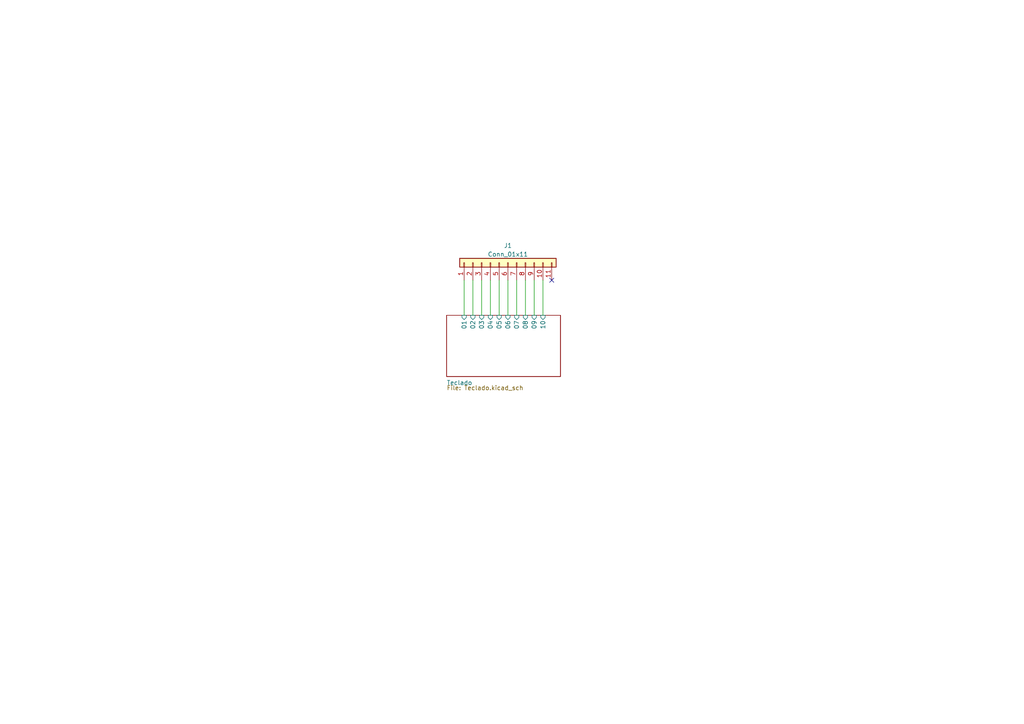
<source format=kicad_sch>
(kicad_sch (version 20211123) (generator eeschema)
  (paper "A4")
  (lib_symbols
    (symbol "Connector_Generic:Conn_01x11" (pin_names (offset 1.016) hide)
      (property "Reference" "J" (at 0 15.24 0))
      (property "Value" "Conn_01x11" (at 0 -15.24 0))
      (symbol "Conn_01x11_1_1"
        (rectangle (start -1.27 -12.573) (end 0 -12.827) (stroke (width 0.1524)))
        (rectangle (start -1.27 -10.033) (end 0 -10.287) (stroke (width 0.1524)))
        (rectangle (start -1.27 -7.493) (end 0 -7.747) (stroke (width 0.1524)))
        (rectangle (start -1.27 -4.953) (end 0 -5.207) (stroke (width 0.1524)))
        (rectangle (start -1.27 -2.413) (end 0 -2.667) (stroke (width 0.1524)))
        (rectangle (start -1.27 0.127) (end 0 -0.127) (stroke (width 0.1524)))
        (rectangle (start -1.27 2.667) (end 0 2.413) (stroke (width 0.1524)))
        (rectangle (start -1.27 5.207) (end 0 4.953) (stroke (width 0.1524)))
        (rectangle (start -1.27 7.747) (end 0 7.493) (stroke (width 0.1524)))
        (rectangle (start -1.27 10.287) (end 0 10.033) (stroke (width 0.1524)))
        (rectangle (start -1.27 12.827) (end 0 12.573) (stroke (width 0.1524)))
        (rectangle (start -1.27 13.97) (end 1.27 -13.97) (stroke (width 0.254)) (fill (type background)))
        (pin passive line (at -5.08 12.7 0) (length 3.81) (name "Pin_1") (number "1"))
        (pin passive line (at -5.08 -10.16 0) (length 3.81) (name "Pin_10") (number "10"))
        (pin passive line (at -5.08 -12.7 0) (length 3.81) (name "Pin_11") (number "11"))
        (pin passive line (at -5.08 10.16 0) (length 3.81) (name "Pin_2") (number "2"))
        (pin passive line (at -5.08 7.62 0) (length 3.81) (name "Pin_3") (number "3"))
        (pin passive line (at -5.08 5.08 0) (length 3.81) (name "Pin_4") (number "4"))
        (pin passive line (at -5.08 2.54 0) (length 3.81) (name "Pin_5") (number "5"))
        (pin passive line (at -5.08 0 0) (length 3.81) (name "Pin_6") (number "6"))
        (pin passive line (at -5.08 -2.54 0) (length 3.81) (name "Pin_7") (number "7"))
        (pin passive line (at -5.08 -5.08 0) (length 3.81) (name "Pin_8") (number "8"))
        (pin passive line (at -5.08 -7.62 0) (length 3.81) (name "Pin_9") (number "9"))
      )
    )
  )
  (no_connect (at 160.02 81.28))
  (wire (pts (xy 152.4 81.28) (xy 152.4 91.44)))
  (wire (pts (xy 149.86 81.28) (xy 149.86 91.44)))
  (wire (pts (xy 147.32 81.28) (xy 147.32 91.44)))
  (wire (pts (xy 139.7 81.28) (xy 139.7 91.44)))
  (wire (pts (xy 154.94 81.28) (xy 154.94 91.44)))
  (wire (pts (xy 142.24 81.28) (xy 142.24 91.44)))
  (wire (pts (xy 137.16 81.28) (xy 137.16 91.44)))
  (wire (pts (xy 144.78 81.28) (xy 144.78 91.44)))
  (wire (pts (xy 134.62 81.28) (xy 134.62 91.44)))
  (wire (pts (xy 157.48 81.28) (xy 157.48 91.44)))
  (symbol (lib_id "Connector_Generic:Conn_01x11") (at 147.32 76.2 90) (unit 1)
    (property "Reference" "J1" (at 147.32 71.2302 90))
    (property "Value" "Conn_01x11" (at 147.32 73.7671 90))
    (property "Footprint" "Connector_PinHeader_2.54mm:PinHeader_1x11_P2.54mm_Vertical" (effects hide))
  )
  (sheet (at 129.54 91.44) (size 33.02 17.78) (stroke (width 0.1524))
    (property "Sheet name" "Teclado" (at 129.54 111.76 0) (effects (justify left bottom)))
    (property "Sheet file" "Teclado.kicad_sch" (at 129.54 111.76 0) (effects (justify left top)))
    (pin "08" input (at 152.4 91.44 90))
    (pin "09" input (at 154.94 91.44 90))
    (pin "10" input (at 157.48 91.44 90))
    (pin "01" input (at 134.62 91.44 90))
    (pin "02" input (at 137.16 91.44 90))
    (pin "04" input (at 142.24 91.44 90))
    (pin "03" input (at 139.7 91.44 90))
    (pin "05" input (at 144.78 91.44 90))
    (pin "06" input (at 147.32 91.44 90))
    (pin "07" input (at 149.86 91.44 90))
  )
)
</source>
